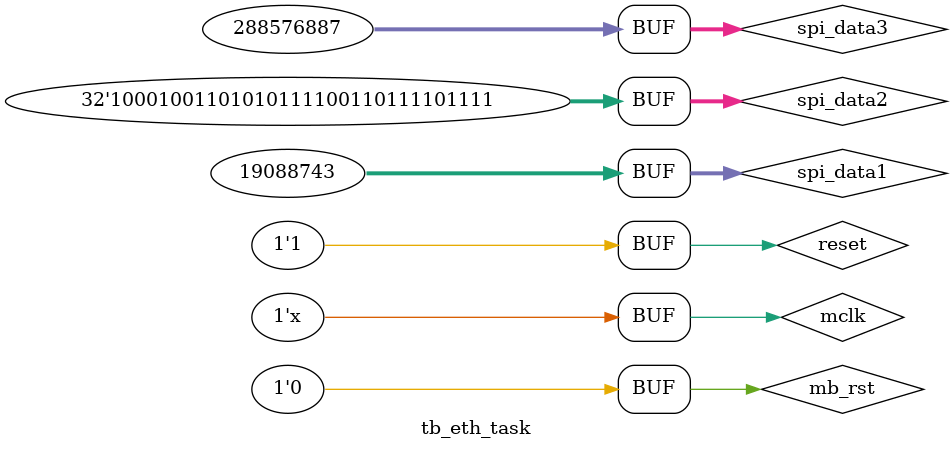
<source format=v>
`timescale 1ns / 1ps

module tb_eth_task();

reg 		mclk, reset  ;

initial 	begin
	mclk = 0;
	reset = 0;
	#10000
	reset = 1;
end

always	#10	mclk = ~mclk;		// 50Mhz


reg	[19:0]	cnt;
always @(posedge mclk or negedge reset)
begin
	if(!reset)	cnt <= 20'b0;
	else		cnt <= cnt+1'b1;
end


reg		eth_ram_sel;
always @(posedge mclk or negedge reset)
begin
	if(!reset)	eth_ram_sel <= 1'b0;
	else		eth_ram_sel <= (cnt==20'd600 ) ? 1'b1 : 
	                               (cnt==20'd640 ) ? 1'b0 : 
	                               (cnt==20'd3000) ? 1'b1 : 
	                               (cnt==20'd3040) ? 1'b0 : 
	                                eth_ram_sel;
end

reg		mb_en;
always @(posedge mclk or negedge reset)
begin
	if(!reset)	mb_en <= 1'b0;
	else		mb_en <= (cnt==20'd600 ) ? 1'b1 : (cnt==20'd640 ) ? 1'b0 : 
	                         (cnt==20'd3000) ? 1'b1 : (cnt==20'd3040) ? 1'b0 : 
	                          mb_en;
end

reg	[3:0]	mb_we;
always @(posedge mclk or negedge reset)
begin
	if(!reset)	mb_we <= 4'b0;
	else		mb_we <= (cnt==20'd600) ? 4'b1111 : (cnt==20'd640) ? 4'b0 : 
	                          mb_we;
end

reg	[12:0]	mb_addr;
always @(posedge mclk or negedge reset)
begin
	if(!reset)	mb_addr <= 13'b0;
	else		mb_addr <= (cnt==20'd600 ) ? 13'h000 : 
	                           (cnt==20'd610 ) ? 13'h004 : 
	                           (cnt==20'd620 ) ? 13'h008 : 
	                           (cnt==20'd3000) ? 12'h000 : 
	                           (cnt==20'd3010) ? 12'h004 : 
	                           (cnt==20'd3020) ? 12'h008 : 
	                            mb_addr;
end

wire	[31:0]	spi_data1 = 32'h01234567;
wire	[31:0]	spi_data2 = 32'h89abcdef;
wire	[31:0]	spi_data3 = 32'h11335577;

reg	[31:0]	mb_din;
always @(posedge mclk or negedge reset)
begin
	if(!reset)	mb_din <= 32'b0;
	else		mb_din <= (cnt==20'd600) ? spi_data1 : 
	                          (cnt==20'd610) ? spi_data2 : 
	                          (cnt==20'd620) ? spi_data3 : 
                                   mb_din;
end

reg		start;
always @(posedge mclk or negedge reset)
begin
	if(!reset)	start <= 1'b0;
	else		start <= (cnt==20'd1000) ? 1'b1 : (cnt==20'd1006) ? 1'b0 : 
	                         (cnt==20'd2000) ? 1'b1 : (cnt==20'd2006) ? 1'b0 : 
	                          start ;
end			         

reg	[23:0]	eth_addr;
always @(posedge mclk or negedge reset)
begin
	if(!reset)	eth_addr <= 24'b0;
	else		eth_addr <= (cnt==20'd1000) ? 24'haaaa55 : 
	                            (cnt==20'd2000) ? 24'haaaa50 : 
	                             eth_addr ;
end			         

wire		eth_sclk;
reg		eth_sclk_1d;
wire		eth_sclk_nedge = ~eth_sclk & eth_sclk_1d;
always @(posedge mclk or negedge reset)
begin
	if(!reset)	eth_sclk_1d <= 1'b0;
	else		eth_sclk_1d <= eth_sclk;
end			         

reg	[7:0]	sclk_cnt;
always @(posedge mclk or negedge reset)
begin
	if(!reset)	sclk_cnt <= 8'b0;
	else		sclk_cnt <= start ? 8'b0 : 
	                            eth_sclk_nedge ? sclk_cnt+1'b1 : sclk_cnt;
end			         

reg		eth_miso;
always @(posedge mclk or negedge reset)
begin
	if(!reset) eth_miso <= 1'b0;
	else	   eth_miso <= (cnt < 20'd2000) ? 1'b0 :
	                       (eth_sclk_nedge & (sclk_cnt==8'd23 )) ? spi_data1[31] :
	                       (eth_sclk_nedge & (sclk_cnt==8'd24 )) ? spi_data1[30] :
	                       (eth_sclk_nedge & (sclk_cnt==8'd25 )) ? spi_data1[29] :
	                       (eth_sclk_nedge & (sclk_cnt==8'd26 )) ? spi_data1[28] :
	                       (eth_sclk_nedge & (sclk_cnt==8'd27 )) ? spi_data1[27] :
	                       (eth_sclk_nedge & (sclk_cnt==8'd28 )) ? spi_data1[26] :
	                       (eth_sclk_nedge & (sclk_cnt==8'd29 )) ? spi_data1[25] :
	                       (eth_sclk_nedge & (sclk_cnt==8'd30 )) ? spi_data1[24] :
	                       (eth_sclk_nedge & (sclk_cnt==8'd31 )) ? spi_data1[23] :
	                       (eth_sclk_nedge & (sclk_cnt==8'd32 )) ? spi_data1[22] :
	                       (eth_sclk_nedge & (sclk_cnt==8'd33 )) ? spi_data1[21] :
	                       (eth_sclk_nedge & (sclk_cnt==8'd34 )) ? spi_data1[20] :
	                       (eth_sclk_nedge & (sclk_cnt==8'd35 )) ? spi_data1[19] :
	                       (eth_sclk_nedge & (sclk_cnt==8'd36 )) ? spi_data1[18] :
	                       (eth_sclk_nedge & (sclk_cnt==8'd37 )) ? spi_data1[17] :
	                       (eth_sclk_nedge & (sclk_cnt==8'd38 )) ? spi_data1[16] :
	                       (eth_sclk_nedge & (sclk_cnt==8'd39 )) ? spi_data1[15] :
	                       (eth_sclk_nedge & (sclk_cnt==8'd40 )) ? spi_data1[14] :
	                       (eth_sclk_nedge & (sclk_cnt==8'd41 )) ? spi_data1[13] :
	                       (eth_sclk_nedge & (sclk_cnt==8'd42 )) ? spi_data1[12] :
	                       (eth_sclk_nedge & (sclk_cnt==8'd43 )) ? spi_data1[11] :
	                       (eth_sclk_nedge & (sclk_cnt==8'd44 )) ? spi_data1[10] :
	                       (eth_sclk_nedge & (sclk_cnt==8'd45 )) ? spi_data1[9]  :
	                       (eth_sclk_nedge & (sclk_cnt==8'd46 )) ? spi_data1[8]  :
	                       (eth_sclk_nedge & (sclk_cnt==8'd47 )) ? spi_data1[7]  :
	                       (eth_sclk_nedge & (sclk_cnt==8'd48 )) ? spi_data1[6]  :
	                       (eth_sclk_nedge & (sclk_cnt==8'd49 )) ? spi_data1[5]  :
	                       (eth_sclk_nedge & (sclk_cnt==8'd50 )) ? spi_data1[4]  :
	                       (eth_sclk_nedge & (sclk_cnt==8'd51 )) ? spi_data1[3]  :
	                       (eth_sclk_nedge & (sclk_cnt==8'd52 )) ? spi_data1[2]  :
	                       (eth_sclk_nedge & (sclk_cnt==8'd53 )) ? spi_data1[1]  :
	                       (eth_sclk_nedge & (sclk_cnt==8'd54 )) ? spi_data1[0]  :
	                       (eth_sclk_nedge & (sclk_cnt==8'd55 )) ? spi_data2[31] :
	                       (eth_sclk_nedge & (sclk_cnt==8'd56 )) ? spi_data2[30] :
	                       (eth_sclk_nedge & (sclk_cnt==8'd57 )) ? spi_data2[29] :
	                       (eth_sclk_nedge & (sclk_cnt==8'd58 )) ? spi_data2[28] :
	                       (eth_sclk_nedge & (sclk_cnt==8'd59 )) ? spi_data2[27] :
	                       (eth_sclk_nedge & (sclk_cnt==8'd60 )) ? spi_data2[26] :
	                       (eth_sclk_nedge & (sclk_cnt==8'd61 )) ? spi_data2[25] :
	                       (eth_sclk_nedge & (sclk_cnt==8'd62 )) ? spi_data2[24] :
	                       (eth_sclk_nedge & (sclk_cnt==8'd63 )) ? spi_data2[23] :
	                       (eth_sclk_nedge & (sclk_cnt==8'd64 )) ? spi_data2[22] :
	                       (eth_sclk_nedge & (sclk_cnt==8'd65 )) ? spi_data2[21] :
	                       (eth_sclk_nedge & (sclk_cnt==8'd66 )) ? spi_data2[20] :
	                       (eth_sclk_nedge & (sclk_cnt==8'd67 )) ? spi_data2[19] :
	                       (eth_sclk_nedge & (sclk_cnt==8'd68 )) ? spi_data2[18] :
	                       (eth_sclk_nedge & (sclk_cnt==8'd69 )) ? spi_data2[17] :
	                       (eth_sclk_nedge & (sclk_cnt==8'd70 )) ? spi_data2[16] :
	                       (eth_sclk_nedge & (sclk_cnt==8'd71 )) ? spi_data2[15] :
	                       (eth_sclk_nedge & (sclk_cnt==8'd72 )) ? spi_data2[14] :
	                       (eth_sclk_nedge & (sclk_cnt==8'd73 )) ? spi_data2[13] :
	                       (eth_sclk_nedge & (sclk_cnt==8'd74 )) ? spi_data2[12] :
	                       (eth_sclk_nedge & (sclk_cnt==8'd75 )) ? spi_data2[11] :
	                       (eth_sclk_nedge & (sclk_cnt==8'd76 )) ? spi_data2[10] :
	                       (eth_sclk_nedge & (sclk_cnt==8'd77 )) ? spi_data2[9]  :
	                       (eth_sclk_nedge & (sclk_cnt==8'd78 )) ? spi_data2[8]  :
	                       (eth_sclk_nedge & (sclk_cnt==8'd79 )) ? spi_data2[7]  :
	                       (eth_sclk_nedge & (sclk_cnt==8'd80 )) ? spi_data2[6]  :
	                       (eth_sclk_nedge & (sclk_cnt==8'd81 )) ? spi_data2[5]  :
	                       (eth_sclk_nedge & (sclk_cnt==8'd82 )) ? spi_data2[4]  :
	                       (eth_sclk_nedge & (sclk_cnt==8'd83 )) ? spi_data2[3]  :
	                       (eth_sclk_nedge & (sclk_cnt==8'd84 )) ? spi_data2[2]  :
	                       (eth_sclk_nedge & (sclk_cnt==8'd85 )) ? spi_data2[1]  :
	                       (eth_sclk_nedge & (sclk_cnt==8'd86 )) ? spi_data2[0]  :
	                       (eth_sclk_nedge & (sclk_cnt==8'd87 )) ? spi_data3[31] :
	                       (eth_sclk_nedge & (sclk_cnt==8'd88 )) ? spi_data3[30] :
	                       (eth_sclk_nedge & (sclk_cnt==8'd89 )) ? spi_data3[29] :
	                       (eth_sclk_nedge & (sclk_cnt==8'd90 )) ? spi_data3[28] :
	                       (eth_sclk_nedge & (sclk_cnt==8'd91 )) ? spi_data3[27] :
	                       (eth_sclk_nedge & (sclk_cnt==8'd92 )) ? spi_data3[26] :
	                       (eth_sclk_nedge & (sclk_cnt==8'd93 )) ? spi_data3[25] :
	                       (eth_sclk_nedge & (sclk_cnt==8'd94 )) ? spi_data3[24] :
	                       (eth_sclk_nedge & (sclk_cnt==8'd95 )) ? spi_data3[23] :
	                       (eth_sclk_nedge & (sclk_cnt==8'd96 )) ? spi_data3[22] :
	                       (eth_sclk_nedge & (sclk_cnt==8'd97 )) ? spi_data3[21] :
	                       (eth_sclk_nedge & (sclk_cnt==8'd98 )) ? spi_data3[20] :
	                       (eth_sclk_nedge & (sclk_cnt==8'd99 )) ? spi_data3[19] :
	                       (eth_sclk_nedge & (sclk_cnt==8'd100)) ? spi_data3[18] :
	                       (eth_sclk_nedge & (sclk_cnt==8'd101)) ? spi_data3[17] :
	                       (eth_sclk_nedge & (sclk_cnt==8'd102)) ? spi_data3[16] :
	                       (eth_sclk_nedge & (sclk_cnt==8'd103)) ? spi_data3[15] :
	                       (eth_sclk_nedge & (sclk_cnt==8'd104)) ? spi_data3[14] :
	                       (eth_sclk_nedge & (sclk_cnt==8'd105)) ? spi_data3[13] :
	                       (eth_sclk_nedge & (sclk_cnt==8'd106)) ? spi_data3[12] :
	                       (eth_sclk_nedge & (sclk_cnt==8'd107)) ? spi_data3[11] :
	                       (eth_sclk_nedge & (sclk_cnt==8'd108)) ? spi_data3[10] :
	                       (eth_sclk_nedge & (sclk_cnt==8'd109)) ? spi_data3[9]  :
	                       (eth_sclk_nedge & (sclk_cnt==8'd110)) ? spi_data3[8]  :
	                       (eth_sclk_nedge & (sclk_cnt==8'd111)) ? spi_data3[7]  :
	                       (eth_sclk_nedge & (sclk_cnt==8'd112)) ? spi_data3[6]  :
	                       (eth_sclk_nedge & (sclk_cnt==8'd113)) ? spi_data3[5]  :
	                       (eth_sclk_nedge & (sclk_cnt==8'd114)) ? spi_data3[4]  :
	                       (eth_sclk_nedge & (sclk_cnt==8'd115)) ? spi_data3[3]  :
	                       (eth_sclk_nedge & (sclk_cnt==8'd116)) ? spi_data3[2]  :
	                       (eth_sclk_nedge & (sclk_cnt==8'd117)) ? spi_data3[1]  :
	                       (eth_sclk_nedge & (sclk_cnt==8'd118)) ? spi_data3[0]  :
	                        eth_miso ;
end

wire		mb_rst = 1'b0;
wire	[31:0]	mb_dout ;
wire		eth_scsn, eth_mosi;
wire		eth_done;
eth_task 	eth_task (
	.reset		(reset		),
	.mclk		(mclk		),
	
	.eth_start	(start  	),
	.eth_ram_sel	(eth_ram_sel 	),
	.eth_addr	(eth_addr       ),
	.eth_size       (13'd9		),	// 13'd7 or 13'd9
	.eth_done	(eth_done	),
	
	.eth_scsn	(eth_scsn	),
	.eth_sclk	(eth_sclk	),
	.eth_mosi	(eth_mosi	),
	.eth_miso	(eth_miso	),

	.mb_rst         (mb_rst         ),
	.mb_en          (mb_en          ),
	.mb_we          (mb_we          ),
	.mb_addr        (mb_addr        ),
	.mb_din         (mb_din         ),
	.mb_dout        (mb_dout        )
);


endmodule
</source>
